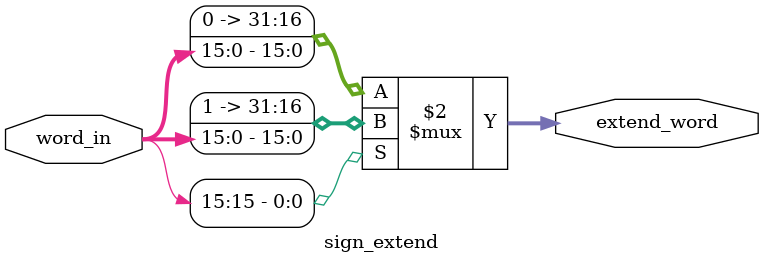
<source format=v>
`timescale 1ns / 1ps


module sign_extend(word_in, extend_word);

// Entrada a modulo
input [15:0] word_in; // palabra de entrada

// Salidas de modulo
output [31:0] extend_word; // palabra extendida

// Extencion de palabra (tiene en cuenta el signo negativo)
assign extend_word = (word_in[15]==0) ? {16'b0000000000000000, word_in}: {16'b1111111111111111, word_in};

endmodule

</source>
